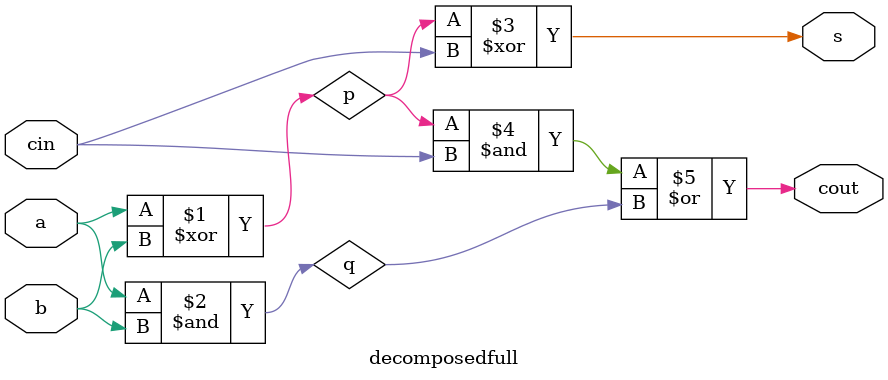
<source format=v>
module decomposedfull(a,b,cin,s,cout);
input a,b,cin;
output s,cout;
wire p,q;
assign p = a^b;
assign q = a&b;
assign s = p^cin;
assign cout = (p&cin)|q;
endmodule

</source>
